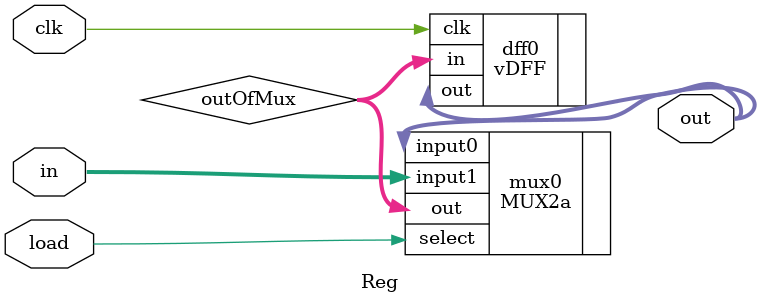
<source format=sv>
module Reg(in, load, clk, out);
  parameter k = 16;
  input [k-1:0] in;
  output wire [k-1:0] out;
  input clk, load;
  wire [k-1:0] outOfMux; 
  vDFF #(k) dff0(.in(outOfMux), .clk(clk), .out(out));
  MUX2a #(k) mux0(.out(outOfMux), .input0(out), .input1(in), .select(load));
endmodule : Reg
</source>
